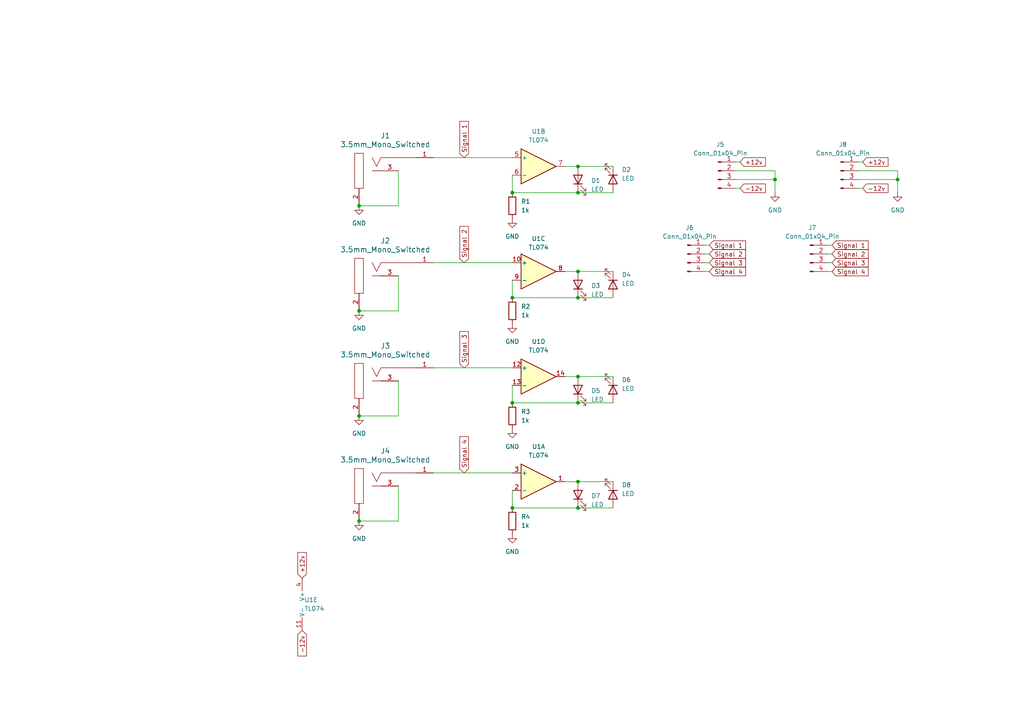
<source format=kicad_sch>
(kicad_sch (version 20230121) (generator eeschema)
  (paper "A4")
  (lib_symbols
    (symbol "Amplifier_Operational:TL074" (pin_names (offset 0.127))
      (property "Reference" "U" (at 0 5.08 0))
      (property "Value" "TL074" (at 0 -5.08 0))
      (symbol "TL074_1_1"
        (polyline (pts (xy -5.08 5.08) (xy 5.08 0) (xy -5.08 -5.08) (xy -5.08 5.08)) (stroke (width 0.254)) (fill (type background)))
        (pin output line (at 7.62 0 180) (length 2.54) (name "~") (number "1"))
        (pin input line (at -7.62 -2.54 0) (length 2.54) (name "-") (number "2"))
        (pin input line (at -7.62 2.54 0) (length 2.54) (name "+") (number "3"))
      )
      (symbol "TL074_2_1"
        (polyline (pts (xy -5.08 5.08) (xy 5.08 0) (xy -5.08 -5.08) (xy -5.08 5.08)) (stroke (width 0.254)) (fill (type background)))
        (pin input line (at -7.62 2.54 0) (length 2.54) (name "+") (number "5"))
        (pin input line (at -7.62 -2.54 0) (length 2.54) (name "-") (number "6"))
        (pin output line (at 7.62 0 180) (length 2.54) (name "~") (number "7"))
      )
      (symbol "TL074_3_1"
        (polyline (pts (xy -5.08 5.08) (xy 5.08 0) (xy -5.08 -5.08) (xy -5.08 5.08)) (stroke (width 0.254)) (fill (type background)))
        (pin input line (at -7.62 2.54 0) (length 2.54) (name "+") (number "10"))
        (pin output line (at 7.62 0 180) (length 2.54) (name "~") (number "8"))
        (pin input line (at -7.62 -2.54 0) (length 2.54) (name "-") (number "9"))
      )
      (symbol "TL074_4_1"
        (polyline (pts (xy -5.08 5.08) (xy 5.08 0) (xy -5.08 -5.08) (xy -5.08 5.08)) (stroke (width 0.254)) (fill (type background)))
        (pin input line (at -7.62 2.54 0) (length 2.54) (name "+") (number "12"))
        (pin input line (at -7.62 -2.54 0) (length 2.54) (name "-") (number "13"))
        (pin output line (at 7.62 0 180) (length 2.54) (name "~") (number "14"))
      )
      (symbol "TL074_5_1"
        (pin power_in line (at -2.54 -7.62 90) (length 3.81) (name "V-") (number "11"))
        (pin power_in line (at -2.54 7.62 270) (length 3.81) (name "V+") (number "4"))
      )
    )
    (symbol "Connector:Conn_01x04_Pin" (pin_names (offset 1.016) hide)
      (property "Reference" "J" (at 0 5.08 0))
      (property "Value" "Conn_01x04_Pin" (at 0 -7.62 0))
      (symbol "Conn_01x04_Pin_1_1"
        (polyline (pts (xy 1.27 -5.08) (xy 0.8636 -5.08)) (stroke (width 0.1524)))
        (polyline (pts (xy 1.27 -2.54) (xy 0.8636 -2.54)) (stroke (width 0.1524)))
        (polyline (pts (xy 1.27 0) (xy 0.8636 0)) (stroke (width 0.1524)))
        (polyline (pts (xy 1.27 2.54) (xy 0.8636 2.54)) (stroke (width 0.1524)))
        (rectangle (start 0.8636 -4.953) (end 0 -5.207) (stroke (width 0.1524)) (fill (type outline)))
        (rectangle (start 0.8636 -2.413) (end 0 -2.667) (stroke (width 0.1524)) (fill (type outline)))
        (rectangle (start 0.8636 0.127) (end 0 -0.127) (stroke (width 0.1524)) (fill (type outline)))
        (rectangle (start 0.8636 2.667) (end 0 2.413) (stroke (width 0.1524)) (fill (type outline)))
        (pin passive line (at 5.08 2.54 180) (length 3.81) (name "Pin_1") (number "1"))
        (pin passive line (at 5.08 0 180) (length 3.81) (name "Pin_2") (number "2"))
        (pin passive line (at 5.08 -2.54 180) (length 3.81) (name "Pin_3") (number "3"))
        (pin passive line (at 5.08 -5.08 180) (length 3.81) (name "Pin_4") (number "4"))
      )
    )
    (symbol "Device:LED" (pin_numbers hide) (pin_names (offset 1.016) hide)
      (property "Reference" "D" (at 0 2.54 0))
      (property "Value" "LED" (at 0 -2.54 0))
      (symbol "LED_0_1"
        (polyline (pts (xy -1.27 -1.27) (xy -1.27 1.27)) (stroke (width 0.254)))
        (polyline (pts (xy -1.27 0) (xy 1.27 0)))
        (polyline (pts (xy 1.27 -1.27) (xy 1.27 1.27) (xy -1.27 0) (xy 1.27 -1.27)) (stroke (width 0.254)))
        (polyline (pts (xy -3.048 -0.762) (xy -4.572 -2.286) (xy -3.81 -2.286) (xy -4.572 -2.286) (xy -4.572 -1.524)))
        (polyline (pts (xy -1.778 -0.762) (xy -3.302 -2.286) (xy -2.54 -2.286) (xy -3.302 -2.286) (xy -3.302 -1.524)))
      )
      (symbol "LED_1_1"
        (pin passive line (at -3.81 0 0) (length 2.54) (name "K") (number "1"))
        (pin passive line (at 3.81 0 180) (length 2.54) (name "A") (number "2"))
      )
    )
    (symbol "Device:R" (pin_numbers hide) (pin_names (offset 0))
      (property "Reference" "R" (at 2.032 0 90))
      (property "Value" "R" (at 0 0 90))
      (symbol "R_0_1"
        (rectangle (start -1.016 -2.54) (end 1.016 2.54) (stroke (width 0.254)))
      )
      (symbol "R_1_1"
        (pin passive line (at 0 3.81 270) (length 1.27) (name "~") (number "1"))
        (pin passive line (at 0 -3.81 90) (length 1.27) (name "~") (number "2"))
      )
    )
    (symbol "PCM_4ms_Jack:3.5mm_Mono_Switched" (pin_names (offset 0) hide)
      (property "Reference" "J" (at -6.35 -7.62 0))
      (property "Value" "3.5mm_Mono_Switched" (at 6.35 6.604 0))
      (symbol "3.5mm_Mono_Switched_0_0"
        (rectangle (start -6.35 5.08) (end -3.81 -5.08))
        (polyline (pts (xy -1.27 0) (xy 1.27 0)))
        (polyline (pts (xy -1.27 3.81) (xy 0 1.27) (xy 1.27 3.81) (xy 11.43 3.81)))
      )
      (symbol "3.5mm_Mono_Switched_1_1"
        (pin passive line (at 16.51 3.81 180) (length 5.08) (name "SIG") (number "1"))
        (pin passive line (at -5.08 -10.16 90) (length 5.08) (name "SHEILD") (number "2"))
        (pin passive line (at 6.35 0 180) (length 5.08) (name "SW") (number "3"))
      )
    )
    (symbol "PCM_4ms_Power-symbol:GND" (power) (pin_names (offset 0))
      (property "Value" "GND" (at 0 -3.81 0))
      (symbol "GND_0_1"
        (polyline (pts (xy 0 0) (xy 0 -1.27) (xy 1.27 -1.27) (xy 0 -2.54) (xy -1.27 -1.27) (xy 0 -1.27)))
      )
      (symbol "GND_1_1"
        (pin power_in line (at 0 0 270) (length 0) hide (name "GND") (number "1"))
      )
    )
  )
  (junction (at 167.64 116.84))
  (junction (at 104.14 59.69))
  (junction (at 167.64 109.22))
  (junction (at 104.14 120.65))
  (junction (at 148.59 147.32))
  (junction (at 148.59 86.36))
  (junction (at 224.79 52.07))
  (junction (at 167.64 48.26))
  (junction (at 167.64 147.32))
  (junction (at 104.14 151.13))
  (junction (at 148.59 116.84))
  (junction (at 167.64 139.7))
  (junction (at 260.35 52.07))
  (junction (at 148.59 55.88))
  (junction (at 167.64 78.74))
  (junction (at 167.64 86.36))
  (junction (at 104.14 90.17))
  (junction (at 167.64 55.88))
  (wire (pts (xy 204.47 71.12) (xy 205.74 71.12)))
  (wire (pts (xy 115.57 151.13) (xy 104.14 151.13)))
  (wire (pts (xy 167.64 116.84) (xy 177.8 116.84)))
  (wire (pts (xy 213.36 52.07) (xy 224.79 52.07)))
  (wire (pts (xy 204.47 73.66) (xy 205.74 73.66)))
  (wire (pts (xy 148.59 116.84) (xy 167.64 116.84)))
  (wire (pts (xy 148.59 147.32) (xy 167.64 147.32)))
  (wire (pts (xy 240.03 76.2) (xy 241.3 76.2)))
  (wire (pts (xy 213.36 46.99) (xy 214.63 46.99)))
  (wire (pts (xy 163.83 78.74) (xy 167.64 78.74)))
  (wire (pts (xy 148.59 111.76) (xy 148.59 116.84)))
  (wire (pts (xy 167.64 86.36) (xy 177.8 86.36)))
  (wire (pts (xy 204.47 76.2) (xy 205.74 76.2)))
  (wire (pts (xy 148.59 86.36) (xy 167.64 86.36)))
  (wire (pts (xy 125.73 45.72) (xy 148.59 45.72)))
  (wire (pts (xy 260.35 49.53) (xy 260.35 52.07)))
  (wire (pts (xy 163.83 48.26) (xy 167.64 48.26)))
  (wire (pts (xy 125.73 76.2) (xy 148.59 76.2)))
  (wire (pts (xy 213.36 49.53) (xy 224.79 49.53)))
  (wire (pts (xy 167.64 139.7) (xy 177.8 139.7)))
  (wire (pts (xy 125.73 106.68) (xy 148.59 106.68)))
  (wire (pts (xy 240.03 71.12) (xy 241.3 71.12)))
  (wire (pts (xy 148.59 81.28) (xy 148.59 86.36)))
  (wire (pts (xy 163.83 109.22) (xy 167.64 109.22)))
  (wire (pts (xy 115.57 49.53) (xy 115.57 59.69)))
  (wire (pts (xy 248.92 49.53) (xy 260.35 49.53)))
  (wire (pts (xy 115.57 90.17) (xy 104.14 90.17)))
  (wire (pts (xy 167.64 55.88) (xy 177.8 55.88)))
  (wire (pts (xy 125.73 137.16) (xy 148.59 137.16)))
  (wire (pts (xy 260.35 55.88) (xy 260.35 52.07)))
  (wire (pts (xy 167.64 48.26) (xy 177.8 48.26)))
  (wire (pts (xy 115.57 120.65) (xy 104.14 120.65)))
  (wire (pts (xy 148.59 50.8) (xy 148.59 55.88)))
  (wire (pts (xy 204.47 78.74) (xy 205.74 78.74)))
  (wire (pts (xy 167.64 147.32) (xy 177.8 147.32)))
  (wire (pts (xy 115.57 80.01) (xy 115.57 90.17)))
  (wire (pts (xy 224.79 49.53) (xy 224.79 52.07)))
  (wire (pts (xy 248.92 54.61) (xy 250.19 54.61)))
  (wire (pts (xy 115.57 110.49) (xy 115.57 120.65)))
  (wire (pts (xy 148.59 142.24) (xy 148.59 147.32)))
  (wire (pts (xy 115.57 59.69) (xy 104.14 59.69)))
  (wire (pts (xy 240.03 78.74) (xy 241.3 78.74)))
  (wire (pts (xy 163.83 139.7) (xy 167.64 139.7)))
  (wire (pts (xy 240.03 73.66) (xy 241.3 73.66)))
  (wire (pts (xy 115.57 140.97) (xy 115.57 151.13)))
  (wire (pts (xy 167.64 78.74) (xy 177.8 78.74)))
  (wire (pts (xy 148.59 55.88) (xy 167.64 55.88)))
  (wire (pts (xy 213.36 54.61) (xy 214.63 54.61)))
  (wire (pts (xy 248.92 52.07) (xy 260.35 52.07)))
  (wire (pts (xy 167.64 109.22) (xy 177.8 109.22)))
  (wire (pts (xy 248.92 46.99) (xy 250.19 46.99)))
  (wire (pts (xy 224.79 55.88) (xy 224.79 52.07)))
  (global_label "Signal 1" (shape input) (at 205.74 71.12 0) (property "Intersheetrefs" "${INTERSHEET_REFS}" (effects hide)))
  (global_label "Signal 2" (shape input) (at 205.74 73.66 0) (property "Intersheetrefs" "${INTERSHEET_REFS}" (effects hide)))
  (global_label "-12v" (shape input) (at 250.19 54.61 0) (property "Intersheetrefs" "${INTERSHEET_REFS}" (effects hide)))
  (global_label "Signal 2" (shape input) (at 134.62 76.2 90) (property "Intersheetrefs" "${INTERSHEET_REFS}" (effects hide)))
  (global_label "-12v" (shape input) (at 87.63 182.88 270) (property "Intersheetrefs" "${INTERSHEET_REFS}" (effects hide)))
  (global_label "Signal 4" (shape input) (at 134.62 137.16 90) (property "Intersheetrefs" "${INTERSHEET_REFS}" (effects hide)))
  (global_label "+12v" (shape input) (at 87.63 167.64 90) (property "Intersheetrefs" "${INTERSHEET_REFS}" (effects hide)))
  (global_label "Signal 2" (shape input) (at 241.3 73.66 0) (property "Intersheetrefs" "${INTERSHEET_REFS}" (effects hide)))
  (global_label "Signal 1" (shape input) (at 241.3 71.12 0) (property "Intersheetrefs" "${INTERSHEET_REFS}" (effects hide)))
  (global_label "+12v" (shape input) (at 250.19 46.99 0) (property "Intersheetrefs" "${INTERSHEET_REFS}" (effects hide)))
  (global_label "Signal 3" (shape input) (at 241.3 76.2 0) (property "Intersheetrefs" "${INTERSHEET_REFS}" (effects hide)))
  (global_label "+12v" (shape input) (at 214.63 46.99 0) (property "Intersheetrefs" "${INTERSHEET_REFS}" (effects hide)))
  (global_label "Signal 3" (shape input) (at 205.74 76.2 0) (property "Intersheetrefs" "${INTERSHEET_REFS}" (effects hide)))
  (global_label "Signal 4" (shape input) (at 241.3 78.74 0) (property "Intersheetrefs" "${INTERSHEET_REFS}" (effects hide)))
  (global_label "-12v" (shape input) (at 214.63 54.61 0) (property "Intersheetrefs" "${INTERSHEET_REFS}" (effects hide)))
  (global_label "Signal 3" (shape input) (at 134.62 106.68 90) (property "Intersheetrefs" "${INTERSHEET_REFS}" (effects hide)))
  (global_label "Signal 4" (shape input) (at 205.74 78.74 0) (property "Intersheetrefs" "${INTERSHEET_REFS}" (effects hide)))
  (global_label "Signal 1" (shape input) (at 134.62 45.72 90) (property "Intersheetrefs" "${INTERSHEET_REFS}" (effects hide)))
  (symbol (lib_id "Device:LED") (at 177.8 52.07 270) (unit 1)
    (property "Reference" "D2" (at 180.34 49.2125 90) (effects (justify left)))
    (property "Value" "LED" (at 180.34 51.7525 90) (effects (justify left)))
    (property "Footprint" "LED_THT:LED_D3.0mm" (effects hide))
  )
  (symbol (lib_id "PCM_4ms_Power-symbol:GND") (at 104.14 151.13 0) (unit 1)
    (property "Reference" "#PWR04" (effects hide))
    (property "Value" "GND" (at 104.14 156.21 0))
  )
  (symbol (lib_id "Device:R") (at 148.59 120.65 0) (unit 1)
    (property "Reference" "R3" (at 151.13 119.38 0) (effects (justify left)))
    (property "Value" "1k" (at 151.13 121.92 0) (effects (justify left)))
    (property "Footprint" "Resistor_SMD:R_1206_3216Metric_Pad1.30x1.75mm_HandSolder" (effects hide))
  )
  (symbol (lib_id "PCM_4ms_Power-symbol:GND") (at 224.79 55.88 0) (unit 1)
    (property "Reference" "#PWR09" (effects hide))
    (property "Value" "GND" (at 224.79 60.96 0))
  )
  (symbol (lib_id "PCM_4ms_Power-symbol:GND") (at 104.14 59.69 0) (unit 1)
    (property "Reference" "#PWR01" (effects hide))
    (property "Value" "GND" (at 104.14 64.77 0))
  )
  (symbol (lib_id "Device:LED") (at 177.8 113.03 270) (unit 1)
    (property "Reference" "D6" (at 180.34 110.1725 90) (effects (justify left)))
    (property "Value" "LED" (at 180.34 112.7125 90) (effects (justify left)))
    (property "Footprint" "LED_THT:LED_D3.0mm" (effects hide))
  )
  (symbol (lib_id "PCM_4ms_Power-symbol:GND") (at 104.14 120.65 0) (unit 1)
    (property "Reference" "#PWR03" (effects hide))
    (property "Value" "GND" (at 104.14 125.73 0))
  )
  (symbol (lib_id "PCM_4ms_Power-symbol:GND") (at 104.14 90.17 0) (unit 1)
    (property "Reference" "#PWR02" (effects hide))
    (property "Value" "GND" (at 104.14 95.25 0))
  )
  (symbol (lib_id "Device:LED") (at 177.8 143.51 270) (unit 1)
    (property "Reference" "D8" (at 180.34 140.6525 90) (effects (justify left)))
    (property "Value" "LED" (at 180.34 143.1925 90) (effects (justify left)))
    (property "Footprint" "LED_THT:LED_D3.0mm" (effects hide))
  )
  (symbol (lib_id "PCM_4ms_Jack:3.5mm_Mono_Switched") (at 109.22 49.53 0) (unit 1)
    (property "Reference" "J1" (at 111.76 39.37 0) (effects (font (size 1.524 1.524))))
    (property "Value" "3.5mm_Mono_Switched" (at 111.76 41.91 0) (effects (font (size 1.524 1.524))))
    (property "Footprint" "PCM_4ms_Jack:EighthInch_PJ398SM_with_hole" (effects hide))
    (property "Specifications" "Audio 3.5mm Jack, mono, switched, PC-pin Vertical" (effects hide))
    (property "Manufacturer" "Wenzhou QingPu Electronics Co" (effects hide))
    (property "Part Number" "WQP-WQP518MA" (effects hide))
  )
  (symbol (lib_id "Device:R") (at 148.59 90.17 0) (unit 1)
    (property "Reference" "R2" (at 151.13 88.9 0) (effects (justify left)))
    (property "Value" "1k" (at 151.13 91.44 0) (effects (justify left)))
    (property "Footprint" "Resistor_SMD:R_1206_3216Metric_Pad1.30x1.75mm_HandSolder" (effects hide))
  )
  (symbol (lib_id "Device:R") (at 148.59 151.13 0) (unit 1)
    (property "Reference" "R4" (at 151.13 149.86 0) (effects (justify left)))
    (property "Value" "1k" (at 151.13 152.4 0) (effects (justify left)))
    (property "Footprint" "Resistor_SMD:R_1206_3216Metric_Pad1.30x1.75mm_HandSolder" (effects hide))
  )
  (symbol (lib_id "PCM_4ms_Power-symbol:GND") (at 148.59 93.98 0) (unit 1)
    (property "Reference" "#PWR06" (effects hide))
    (property "Value" "GND" (at 148.59 99.06 0))
  )
  (symbol (lib_id "Amplifier_Operational:TL074") (at 156.21 78.74 0) (unit 3)
    (property "Reference" "U1" (at 156.21 69.215 0))
    (property "Value" "TL074" (at 156.21 71.755 0))
    (property "Footprint" "Package_SO:SOIC-14_3.9x8.7mm_P1.27mm" (effects hide))
    (property "Datasheet" "http://www.ti.com/lit/ds/symlink/tl071.pdf" (effects hide))
  )
  (symbol (lib_id "Device:LED") (at 167.64 113.03 90) (unit 1)
    (property "Reference" "D5" (at 171.45 113.3475 90) (effects (justify right)))
    (property "Value" "LED" (at 171.45 115.8875 90) (effects (justify right)))
    (property "Footprint" "LED_THT:LED_D3.0mm" (effects hide))
  )
  (symbol (lib_id "PCM_4ms_Power-symbol:GND") (at 148.59 124.46 0) (unit 1)
    (property "Reference" "#PWR07" (effects hide))
    (property "Value" "GND" (at 148.59 129.54 0))
  )
  (symbol (lib_id "Device:LED") (at 167.64 82.55 90) (unit 1)
    (property "Reference" "D3" (at 171.45 82.8675 90) (effects (justify right)))
    (property "Value" "LED" (at 171.45 85.4075 90) (effects (justify right)))
    (property "Footprint" "LED_THT:LED_D3.0mm" (effects hide))
  )
  (symbol (lib_id "PCM_4ms_Jack:3.5mm_Mono_Switched") (at 109.22 110.49 0) (unit 1)
    (property "Reference" "J3" (at 111.76 100.33 0) (effects (font (size 1.524 1.524))))
    (property "Value" "3.5mm_Mono_Switched" (at 111.76 102.87 0) (effects (font (size 1.524 1.524))))
    (property "Footprint" "PCM_4ms_Jack:EighthInch_PJ398SM_with_hole" (effects hide))
    (property "Specifications" "Audio 3.5mm Jack, mono, switched, PC-pin Vertical" (effects hide))
    (property "Manufacturer" "Wenzhou QingPu Electronics Co" (effects hide))
    (property "Part Number" "WQP-WQP518MA" (effects hide))
  )
  (symbol (lib_id "Amplifier_Operational:TL074") (at 156.21 109.22 0) (unit 4)
    (property "Reference" "U1" (at 156.21 99.06 0))
    (property "Value" "TL074" (at 156.21 101.6 0))
    (property "Footprint" "Package_SO:SOIC-14_3.9x8.7mm_P1.27mm" (effects hide))
    (property "Datasheet" "http://www.ti.com/lit/ds/symlink/tl071.pdf" (effects hide))
  )
  (symbol (lib_id "Amplifier_Operational:TL074") (at 156.21 139.7 0) (unit 1)
    (property "Reference" "U1" (at 156.21 129.54 0))
    (property "Value" "TL074" (at 156.21 132.08 0))
    (property "Footprint" "Package_SO:SOIC-14_3.9x8.7mm_P1.27mm" (effects hide))
    (property "Datasheet" "http://www.ti.com/lit/ds/symlink/tl071.pdf" (effects hide))
  )
  (symbol (lib_id "Connector:Conn_01x04_Pin") (at 234.95 73.66 0) (unit 1)
    (property "Reference" "J7" (at 235.585 66.04 0))
    (property "Value" "Conn_01x04_Pin" (at 235.585 68.58 0))
    (property "Footprint" "Connector_PinHeader_2.54mm:PinHeader_1x04_P2.54mm_Vertical_no_silkscreen" (effects hide))
  )
  (symbol (lib_id "Device:LED") (at 177.8 82.55 270) (unit 1)
    (property "Reference" "D4" (at 180.34 79.6925 90) (effects (justify left)))
    (property "Value" "LED" (at 180.34 82.2325 90) (effects (justify left)))
    (property "Footprint" "LED_THT:LED_D3.0mm" (effects hide))
  )
  (symbol (lib_id "Device:LED") (at 167.64 143.51 90) (unit 1)
    (property "Reference" "D7" (at 171.45 143.8275 90) (effects (justify right)))
    (property "Value" "LED" (at 171.45 146.3675 90) (effects (justify right)))
    (property "Footprint" "LED_THT:LED_D3.0mm" (effects hide))
  )
  (symbol (lib_id "Connector:Conn_01x04_Pin") (at 243.84 49.53 0) (unit 1)
    (property "Reference" "J8" (at 244.475 41.91 0))
    (property "Value" "Conn_01x04_Pin" (at 244.475 44.45 0))
    (property "Footprint" "Connector_PinHeader_2.54mm:PinHeader_1x04_P2.54mm_Vertical_no_silkscreen" (effects hide))
  )
  (symbol (lib_id "PCM_4ms_Power-symbol:GND") (at 148.59 154.94 0) (unit 1)
    (property "Reference" "#PWR08" (effects hide))
    (property "Value" "GND" (at 148.59 160.02 0))
  )
  (symbol (lib_id "Connector:Conn_01x04_Pin") (at 199.39 73.66 0) (unit 1)
    (property "Reference" "J6" (at 200.025 66.04 0))
    (property "Value" "Conn_01x04_Pin" (at 200.025 68.58 0))
    (property "Footprint" "Connector_PinHeader_2.54mm:PinHeader_1x04_P2.54mm_Vertical_no_silkscreen" (effects hide))
  )
  (symbol (lib_id "Device:R") (at 148.59 59.69 0) (unit 1)
    (property "Reference" "R1" (at 151.13 58.42 0) (effects (justify left)))
    (property "Value" "1k" (at 151.13 60.96 0) (effects (justify left)))
    (property "Footprint" "Resistor_SMD:R_1206_3216Metric_Pad1.30x1.75mm_HandSolder" (effects hide))
  )
  (symbol (lib_id "Amplifier_Operational:TL074") (at 156.21 48.26 0) (unit 2)
    (property "Reference" "U1" (at 156.21 38.1 0))
    (property "Value" "TL074" (at 156.21 40.64 0))
    (property "Footprint" "Package_SO:SOIC-14_3.9x8.7mm_P1.27mm" (effects hide))
    (property "Datasheet" "http://www.ti.com/lit/ds/symlink/tl071.pdf" (effects hide))
  )
  (symbol (lib_id "Connector:Conn_01x04_Pin") (at 208.28 49.53 0) (unit 1)
    (property "Reference" "J5" (at 208.915 41.91 0))
    (property "Value" "Conn_01x04_Pin" (at 208.915 44.45 0))
    (property "Footprint" "Connector_PinHeader_2.54mm:PinHeader_1x04_P2.54mm_Vertical_no_silkscreen" (effects hide))
  )
  (symbol (lib_id "PCM_4ms_Power-symbol:GND") (at 148.59 63.5 0) (unit 1)
    (property "Reference" "#PWR05" (effects hide))
    (property "Value" "GND" (at 148.59 68.58 0))
  )
  (symbol (lib_id "Amplifier_Operational:TL074") (at 90.17 175.26 0) (unit 5)
    (property "Reference" "U1" (at 88.265 173.99 0) (effects (justify left)))
    (property "Value" "TL074" (at 88.265 176.53 0) (effects (justify left)))
    (property "Footprint" "Package_SO:SOIC-14_3.9x8.7mm_P1.27mm" (effects hide))
    (property "Datasheet" "http://www.ti.com/lit/ds/symlink/tl071.pdf" (effects hide))
  )
  (symbol (lib_id "PCM_4ms_Jack:3.5mm_Mono_Switched") (at 109.22 140.97 0) (unit 1)
    (property "Reference" "J4" (at 111.76 130.81 0) (effects (font (size 1.524 1.524))))
    (property "Value" "3.5mm_Mono_Switched" (at 111.76 133.35 0) (effects (font (size 1.524 1.524))))
    (property "Footprint" "PCM_4ms_Jack:EighthInch_PJ398SM_with_hole" (effects hide))
    (property "Specifications" "Audio 3.5mm Jack, mono, switched, PC-pin Vertical" (effects hide))
    (property "Manufacturer" "Wenzhou QingPu Electronics Co" (effects hide))
    (property "Part Number" "WQP-WQP518MA" (effects hide))
  )
  (symbol (lib_id "Device:LED") (at 167.64 52.07 90) (unit 1)
    (property "Reference" "D1" (at 171.45 52.3875 90) (effects (justify right)))
    (property "Value" "LED" (at 171.45 54.9275 90) (effects (justify right)))
    (property "Footprint" "LED_THT:LED_D3.0mm" (effects hide))
  )
  (symbol (lib_id "PCM_4ms_Jack:3.5mm_Mono_Switched") (at 109.22 80.01 0) (unit 1)
    (property "Reference" "J2" (at 111.76 69.85 0) (effects (font (size 1.524 1.524))))
    (property "Value" "3.5mm_Mono_Switched" (at 111.76 72.39 0) (effects (font (size 1.524 1.524))))
    (property "Footprint" "PCM_4ms_Jack:EighthInch_PJ398SM_with_hole" (effects hide))
    (property "Specifications" "Audio 3.5mm Jack, mono, switched, PC-pin Vertical" (effects hide))
    (property "Manufacturer" "Wenzhou QingPu Electronics Co" (effects hide))
    (property "Part Number" "WQP-WQP518MA" (effects hide))
  )
  (symbol (lib_id "PCM_4ms_Power-symbol:GND") (at 260.35 55.88 0) (unit 1)
    (property "Reference" "#PWR010" (effects hide))
    (property "Value" "GND" (at 260.35 60.96 0))
  )
)
</source>
